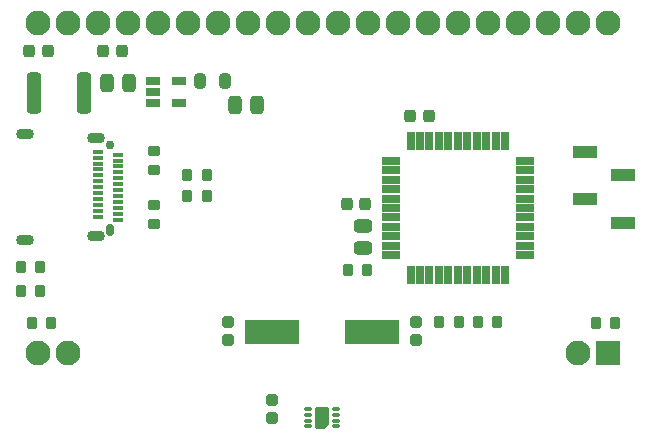
<source format=gbr>
%TF.GenerationSoftware,KiCad,Pcbnew,5.99.0-unknown-2a6c73b8df~142~ubuntu21.04.1*%
%TF.CreationDate,2021-10-24T13:29:39+00:00*%
%TF.ProjectId,wederian,77656465-7269-4616-9e2e-6b696361645f,rev?*%
%TF.SameCoordinates,Original*%
%TF.FileFunction,Soldermask,Top*%
%TF.FilePolarity,Negative*%
%FSLAX46Y46*%
G04 Gerber Fmt 4.6, Leading zero omitted, Abs format (unit mm)*
G04 Created by KiCad (PCBNEW 5.99.0-unknown-2a6c73b8df~142~ubuntu21.04.1) date 2021-10-24 13:29:39*
%MOMM*%
%LPD*%
G01*
G04 APERTURE LIST*
G04 Aperture macros list*
%AMRoundRect*
0 Rectangle with rounded corners*
0 $1 Rounding radius*
0 $2 $3 $4 $5 $6 $7 $8 $9 X,Y pos of 4 corners*
0 Add a 4 corners polygon primitive as box body*
4,1,4,$2,$3,$4,$5,$6,$7,$8,$9,$2,$3,0*
0 Add four circle primitives for the rounded corners*
1,1,$1+$1,$2,$3*
1,1,$1+$1,$4,$5*
1,1,$1+$1,$6,$7*
1,1,$1+$1,$8,$9*
0 Add four rect primitives between the rounded corners*
20,1,$1+$1,$2,$3,$4,$5,0*
20,1,$1+$1,$4,$5,$6,$7,0*
20,1,$1+$1,$6,$7,$8,$9,0*
20,1,$1+$1,$8,$9,$2,$3,0*%
%AMFreePoly0*
4,1,14,0.535921,0.885921,0.550800,0.850000,0.550800,-0.850000,0.535921,-0.885921,0.500000,-0.900800,-0.500000,-0.900800,-0.535921,-0.885921,-0.550800,-0.850000,-0.550800,0.550000,-0.535921,0.585921,-0.235921,0.885921,-0.200000,0.900800,0.500000,0.900800,0.535921,0.885921,0.535921,0.885921,$1*%
G04 Aperture macros list end*
%ADD10RoundRect,0.050800X-0.530000X-0.325000X0.530000X-0.325000X0.530000X0.325000X-0.530000X0.325000X0*%
%ADD11C,0.751600*%
%ADD12O,0.751600X1.051600*%
%ADD13RoundRect,0.050800X-0.350000X0.150000X-0.350000X-0.150000X0.350000X-0.150000X0.350000X0.150000X0*%
%ADD14O,1.501600X0.901600*%
%ADD15RoundRect,0.250800X0.200000X0.275000X-0.200000X0.275000X-0.200000X-0.275000X0.200000X-0.275000X0*%
%ADD16RoundRect,0.300800X-0.475000X0.250000X-0.475000X-0.250000X0.475000X-0.250000X0.475000X0.250000X0*%
%ADD17RoundRect,0.300800X0.250000X0.475000X-0.250000X0.475000X-0.250000X-0.475000X0.250000X-0.475000X0*%
%ADD18RoundRect,0.050800X2.250000X1.000000X-2.250000X1.000000X-2.250000X-1.000000X2.250000X-1.000000X0*%
%ADD19RoundRect,0.275800X0.225000X0.250000X-0.225000X0.250000X-0.225000X-0.250000X0.225000X-0.250000X0*%
%ADD20RoundRect,0.050800X-0.750000X-0.275000X0.750000X-0.275000X0.750000X0.275000X-0.750000X0.275000X0*%
%ADD21RoundRect,0.050800X0.275000X-0.750000X0.275000X0.750000X-0.275000X0.750000X-0.275000X-0.750000X0*%
%ADD22RoundRect,0.275800X-0.225000X-0.250000X0.225000X-0.250000X0.225000X0.250000X-0.225000X0.250000X0*%
%ADD23RoundRect,0.250800X-0.200000X-0.275000X0.200000X-0.275000X0.200000X0.275000X-0.200000X0.275000X0*%
%ADD24RoundRect,0.269550X0.218750X0.381250X-0.218750X0.381250X-0.218750X-0.381250X0.218750X-0.381250X0*%
%ADD25RoundRect,0.050800X-1.000000X-0.450000X1.000000X-0.450000X1.000000X0.450000X-1.000000X0.450000X0*%
%ADD26RoundRect,0.275800X-0.250000X0.225000X-0.250000X-0.225000X0.250000X-0.225000X0.250000X0.225000X0*%
%ADD27RoundRect,0.050800X0.275000X0.125000X-0.275000X0.125000X-0.275000X-0.125000X0.275000X-0.125000X0*%
%ADD28RoundRect,0.050800X-0.275000X-0.125000X0.275000X-0.125000X0.275000X0.125000X-0.275000X0.125000X0*%
%ADD29FreePoly0,180.000000*%
%ADD30RoundRect,0.250800X0.275000X-0.200000X0.275000X0.200000X-0.275000X0.200000X-0.275000X-0.200000X0*%
%ADD31RoundRect,0.300800X-0.312500X-1.450000X0.312500X-1.450000X0.312500X1.450000X-0.312500X1.450000X0*%
%ADD32RoundRect,0.250800X-0.275000X0.200000X-0.275000X-0.200000X0.275000X-0.200000X0.275000X0.200000X0*%
%ADD33RoundRect,0.050800X1.000000X1.000000X-1.000000X1.000000X-1.000000X-1.000000X1.000000X-1.000000X0*%
%ADD34C,2.101600*%
G04 APERTURE END LIST*
D10*
%TO.C,U2*%
X148650000Y-92005000D03*
X148650000Y-92955000D03*
X148650000Y-93905000D03*
X150850000Y-93905000D03*
X150850000Y-92005000D03*
%TD*%
D11*
%TO.C,J1*%
X145083674Y-97386680D03*
D12*
X145083674Y-104586680D03*
D13*
X145743674Y-98236680D03*
X145743674Y-98736680D03*
X145743674Y-99236680D03*
X145743674Y-99736680D03*
X145743674Y-100236680D03*
X145743674Y-100736680D03*
X145743674Y-101236680D03*
X145743674Y-101736680D03*
X145743674Y-102236680D03*
X145743674Y-102736680D03*
X145743674Y-103236680D03*
X145743674Y-103736680D03*
X144043674Y-103486680D03*
X144043674Y-102986680D03*
X144043674Y-102486680D03*
X144043674Y-101986680D03*
X144043674Y-101486680D03*
X144043674Y-100986680D03*
X144043674Y-100486680D03*
X144043674Y-99986680D03*
X144043674Y-99486680D03*
X144043674Y-98986680D03*
X144043674Y-98486680D03*
X144043674Y-97986680D03*
D14*
X137883674Y-96496680D03*
X137883674Y-105476680D03*
X143833674Y-96856680D03*
X143833674Y-105116680D03*
%TD*%
D15*
%TO.C,R2*%
X153225000Y-100000000D03*
X151575000Y-100000000D03*
%TD*%
D16*
%TO.C,C1*%
X166500000Y-104250000D03*
X166500000Y-106150000D03*
%TD*%
D17*
%TO.C,C7*%
X157500000Y-94000000D03*
X155600000Y-94000000D03*
%TD*%
D18*
%TO.C,Y1*%
X167250000Y-113250000D03*
X158750000Y-113250000D03*
%TD*%
D19*
%TO.C,C6*%
X172025000Y-95000000D03*
X170475000Y-95000000D03*
%TD*%
D20*
%TO.C,U1*%
X168800000Y-98750000D03*
X168800000Y-99550000D03*
X168800000Y-100350000D03*
X168800000Y-101150000D03*
X168800000Y-101950000D03*
X168800000Y-102750000D03*
X168800000Y-103550000D03*
X168800000Y-104350000D03*
X168800000Y-105150000D03*
X168800000Y-105950000D03*
X168800000Y-106750000D03*
D21*
X170500000Y-108450000D03*
X171300000Y-108450000D03*
X172100000Y-108450000D03*
X172900000Y-108450000D03*
X173700000Y-108450000D03*
X174500000Y-108450000D03*
X175300000Y-108450000D03*
X176100000Y-108450000D03*
X176900000Y-108450000D03*
X177700000Y-108450000D03*
X178500000Y-108450000D03*
D20*
X180200000Y-106750000D03*
X180200000Y-105950000D03*
X180200000Y-105150000D03*
X180200000Y-104350000D03*
X180200000Y-103550000D03*
X180200000Y-102750000D03*
X180200000Y-101950000D03*
X180200000Y-101150000D03*
X180200000Y-100350000D03*
X180200000Y-99550000D03*
X180200000Y-98750000D03*
D21*
X178500000Y-97050000D03*
X177700000Y-97050000D03*
X176900000Y-97050000D03*
X176100000Y-97050000D03*
X175300000Y-97050000D03*
X174500000Y-97050000D03*
X173700000Y-97050000D03*
X172900000Y-97050000D03*
X172100000Y-97050000D03*
X171300000Y-97050000D03*
X170500000Y-97050000D03*
%TD*%
D22*
%TO.C,C9*%
X144475000Y-89500000D03*
X146025000Y-89500000D03*
%TD*%
D17*
%TO.C,C5*%
X146700000Y-92130000D03*
X144800000Y-92130000D03*
%TD*%
D19*
%TO.C,C4*%
X166675000Y-102400000D03*
X165125000Y-102400000D03*
%TD*%
D15*
%TO.C,R1*%
X153225000Y-101750000D03*
X151575000Y-101750000D03*
%TD*%
%TO.C,R5*%
X139150000Y-109750000D03*
X137500000Y-109750000D03*
%TD*%
%TO.C,R6*%
X139150000Y-107750000D03*
X137500000Y-107750000D03*
%TD*%
D23*
%TO.C,R3*%
X172925000Y-112400000D03*
X174575000Y-112400000D03*
%TD*%
D24*
%TO.C,L1*%
X154812500Y-92000000D03*
X152687500Y-92000000D03*
%TD*%
D25*
%TO.C,J2*%
X185271089Y-98000000D03*
X188471089Y-100000000D03*
X185271089Y-102000000D03*
X188471089Y-104000000D03*
%TD*%
D22*
%TO.C,C10*%
X138225000Y-89500000D03*
X139775000Y-89500000D03*
%TD*%
D26*
%TO.C,C3*%
X155000000Y-112375000D03*
X155000000Y-113925000D03*
%TD*%
%TO.C,C2*%
X171000000Y-112375000D03*
X171000000Y-113925000D03*
%TD*%
%TO.C,C8*%
X158750000Y-118975000D03*
X158750000Y-120525000D03*
%TD*%
D27*
%TO.C,U3*%
X164175000Y-121250000D03*
X164175000Y-120750000D03*
X164175000Y-120250000D03*
D28*
X164175000Y-119750000D03*
D27*
X161825000Y-119750000D03*
X161825000Y-120250000D03*
X161825000Y-120750000D03*
X161825000Y-121250000D03*
D29*
X163000000Y-120500000D03*
%TD*%
D15*
%TO.C,R4*%
X177825000Y-112400000D03*
X176175000Y-112400000D03*
%TD*%
D30*
%TO.C,RV2*%
X148750000Y-99575000D03*
X148750000Y-97925000D03*
%TD*%
D31*
%TO.C,F1*%
X138612500Y-93000000D03*
X142887500Y-93000000D03*
%TD*%
D32*
%TO.C,RV1*%
X148750000Y-102500000D03*
X148750000Y-104150000D03*
%TD*%
D23*
%TO.C,R9*%
X165175000Y-108000000D03*
X166825000Y-108000000D03*
%TD*%
%TO.C,R7*%
X186175000Y-112500000D03*
X187825000Y-112500000D03*
%TD*%
D15*
%TO.C,R8*%
X140075000Y-112500000D03*
X138425000Y-112500000D03*
%TD*%
D33*
%TO.C,LCD1*%
X187250000Y-115000000D03*
D34*
X184710000Y-115000000D03*
X141530000Y-115000000D03*
X138990000Y-115000000D03*
X138990000Y-87060000D03*
X141530000Y-87060000D03*
X144070000Y-87060000D03*
X146610000Y-87060000D03*
X149150000Y-87060000D03*
X151690000Y-87060000D03*
X154230000Y-87060000D03*
X156770000Y-87060000D03*
X159310000Y-87060000D03*
X161850000Y-87060000D03*
X164390000Y-87060000D03*
X166930000Y-87060000D03*
X169470000Y-87060000D03*
X172010000Y-87060000D03*
X174550000Y-87060000D03*
X177090000Y-87060000D03*
X179630000Y-87060000D03*
X182170000Y-87060000D03*
X184710000Y-87060000D03*
X187250000Y-87060000D03*
%TD*%
M02*

</source>
